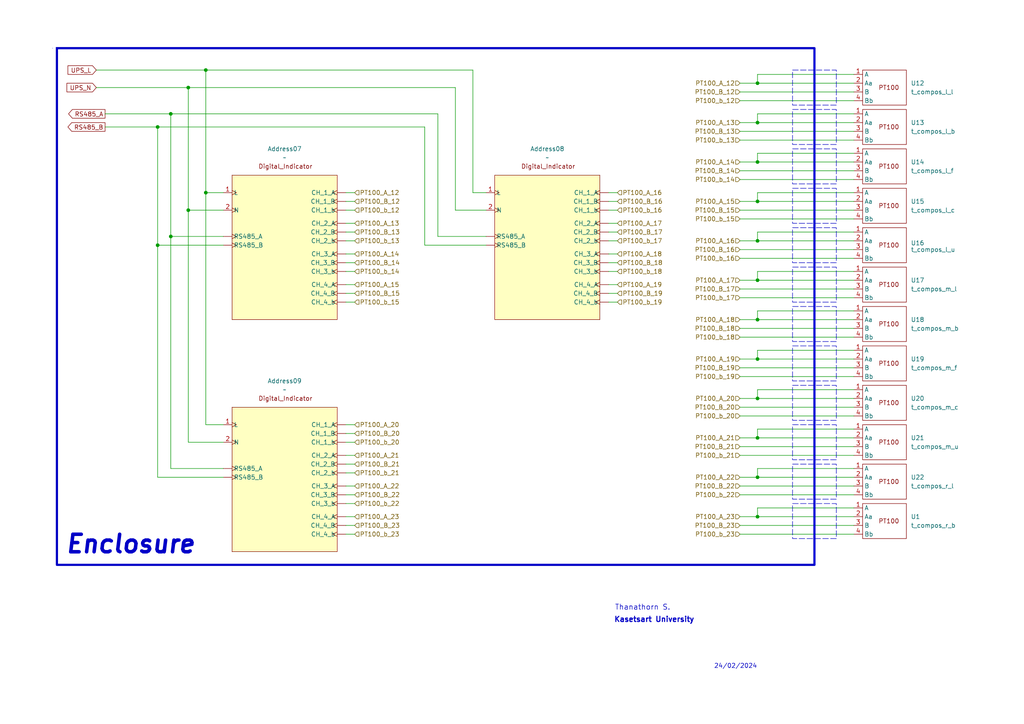
<source format=kicad_sch>
(kicad_sch (version 20231120) (generator "eeschema") (generator_version "8.0")
  (paper "A4")
  (lib_symbols
    (symbol "GSHP_Sensor:Digital_Indicator"
      (property "Reference" "U" (at 0 0 0))
      (symbol "Digital_Indicator_0_1"
        (rectangle (start 7.62 46.99) (end 38.1 5.08) (fill (type background)))
      )
      (symbol "Digital_Indicator_1_1"
        (text "Digital_Indicator" (at 15.24 49.53 0) (effects (font (size 1.27 1.27)) (justify left)))
        (pin input clock (at 40.64 41.91 180) (length 2.54) (name "CH_1_A") (number ""))
        (pin input clock (at 40.64 39.37 180) (length 2.54) (name "CH_1_B") (number ""))
        (pin input clock (at 40.64 36.83 180) (length 2.54) (name "CH_1_b") (number ""))
        (pin input clock (at 40.64 33.02 180) (length 2.54) (name "CH_2_A") (number ""))
        (pin input clock (at 40.64 30.48 180) (length 2.54) (name "CH_2_B") (number ""))
        (pin input clock (at 40.64 27.94 180) (length 2.54) (name "CH_2_b") (number ""))
        (pin input clock (at 40.64 24.13 180) (length 2.54) (name "CH_3_A") (number ""))
        (pin input clock (at 40.64 21.59 180) (length 2.54) (name "CH_3_B") (number ""))
        (pin input clock (at 40.64 19.05 180) (length 2.54) (name "CH_3_b") (number ""))
        (pin input clock (at 40.64 15.24 180) (length 2.54) (name "CH_4_A") (number ""))
        (pin input clock (at 40.64 12.7 180) (length 2.54) (name "CH_4_B") (number ""))
        (pin input clock (at 40.64 10.16 180) (length 2.54) (name "CH_4_b") (number ""))
        (pin output clock (at 5.08 29.21 0) (length 2.54) (name "RS485_A") (number ""))
        (pin output clock (at 5.08 26.67 0) (length 2.54) (name "RS485_B") (number ""))
        (pin input clock (at 5.08 41.91 0) (length 2.54) (name "L") (number "1"))
        (pin input clock (at 5.08 36.83 0) (length 2.54) (name "N") (number "2"))
      )
    )
    (symbol "GSHP_Sensor:PT100"
      (property "Reference" "U" (at 0 0 0))
      (symbol "PT100_0_1"
        (rectangle (start 5.08 12.7) (end 17.78 2.54))
      )
      (symbol "PT100_1_1"
        (text "PT100" (at 12.7 7.62 0) (effects (font (size 1.27 1.27))))
        (pin input line (at 2.54 11.43 0) (length 2.54) (name "A") (number "1"))
        (pin input line (at 2.54 8.89 0) (length 2.54) (name "Aa") (number "2"))
        (pin input line (at 2.54 6.35 0) (length 2.54) (name "B") (number "3"))
        (pin input line (at 2.54 3.81 0) (length 2.54) (name "Bb") (number "4"))
      )
    )
  )
  (junction (at 59.69 20.32))
  (junction (at 219.71 138.43))
  (junction (at 49.53 68.58))
  (junction (at 49.53 33.02))
  (junction (at 219.71 46.99))
  (junction (at 219.71 69.85))
  (junction (at 219.71 81.28))
  (junction (at 59.69 55.88))
  (junction (at 219.71 115.57))
  (junction (at 219.71 127))
  (junction (at 45.72 36.83))
  (junction (at 219.71 35.56))
  (junction (at 219.71 58.42))
  (junction (at 219.71 149.86))
  (junction (at 219.71 92.71))
  (junction (at 54.61 25.4))
  (junction (at 219.71 24.13))
  (junction (at 219.71 104.14))
  (junction (at 45.72 71.12))
  (junction (at 54.61 60.96))
  (wire (pts (xy 214.63 140.97) (xy 247.65 140.97)))
  (wire (pts (xy 49.53 135.89) (xy 64.77 135.89)))
  (wire (pts (xy 219.71 115.57) (xy 219.71 113.03)))
  (wire (pts (xy 132.08 25.4) (xy 132.08 60.96)))
  (wire (pts (xy 214.63 138.43) (xy 219.71 138.43)))
  (wire (pts (xy 176.53 55.88) (xy 179.07 55.88)))
  (wire (pts (xy 214.63 52.07) (xy 247.65 52.07)))
  (wire (pts (xy 214.63 72.39) (xy 247.65 72.39)))
  (wire (pts (xy 219.71 81.28) (xy 219.71 78.74)))
  (wire (pts (xy 100.33 123.19) (xy 102.87 123.19)))
  (wire (pts (xy 49.53 68.58) (xy 49.53 135.89)))
  (wire (pts (xy 100.33 149.86) (xy 102.87 149.86)))
  (wire (pts (xy 176.53 64.77) (xy 179.07 64.77)))
  (wire (pts (xy 54.61 25.4) (xy 132.08 25.4)))
  (wire (pts (xy 214.63 92.71) (xy 219.71 92.71)))
  (wire (pts (xy 214.63 46.99) (xy 219.71 46.99)))
  (wire (pts (xy 100.33 143.51) (xy 102.87 143.51)))
  (wire (pts (xy 100.33 67.31) (xy 102.87 67.31)))
  (wire (pts (xy 247.65 115.57) (xy 219.71 115.57)))
  (wire (pts (xy 247.65 46.99) (xy 219.71 46.99)))
  (wire (pts (xy 219.71 35.56) (xy 219.71 33.02)))
  (wire (pts (xy 214.63 132.08) (xy 247.65 132.08)))
  (wire (pts (xy 214.63 154.94) (xy 247.65 154.94)))
  (wire (pts (xy 100.33 154.94) (xy 102.87 154.94)))
  (wire (pts (xy 54.61 25.4) (xy 54.61 60.96)))
  (wire (pts (xy 247.65 92.71) (xy 219.71 92.71)))
  (wire (pts (xy 219.71 104.14) (xy 219.71 101.6)))
  (wire (pts (xy 100.33 73.66) (xy 102.87 73.66)))
  (wire (pts (xy 214.63 69.85) (xy 219.71 69.85)))
  (wire (pts (xy 247.65 35.56) (xy 219.71 35.56)))
  (wire (pts (xy 214.63 118.11) (xy 247.65 118.11)))
  (wire (pts (xy 176.53 73.66) (xy 179.07 73.66)))
  (wire (pts (xy 214.63 129.54) (xy 247.65 129.54)))
  (wire (pts (xy 59.69 55.88) (xy 59.69 123.19)))
  (wire (pts (xy 214.63 120.65) (xy 247.65 120.65)))
  (wire (pts (xy 214.63 115.57) (xy 219.71 115.57)))
  (wire (pts (xy 137.16 55.88) (xy 140.97 55.88)))
  (wire (pts (xy 214.63 95.25) (xy 247.65 95.25)))
  (wire (pts (xy 176.53 78.74) (xy 179.07 78.74)))
  (wire (pts (xy 30.48 33.02) (xy 49.53 33.02)))
  (wire (pts (xy 100.33 140.97) (xy 102.87 140.97)))
  (wire (pts (xy 176.53 60.96) (xy 179.07 60.96)))
  (wire (pts (xy 214.63 143.51) (xy 247.65 143.51)))
  (wire (pts (xy 214.63 127) (xy 219.71 127)))
  (wire (pts (xy 219.71 135.89) (xy 247.65 135.89)))
  (wire (pts (xy 219.71 69.85) (xy 219.71 67.31)))
  (wire (pts (xy 54.61 60.96) (xy 54.61 128.27)))
  (wire (pts (xy 54.61 60.96) (xy 64.77 60.96)))
  (wire (pts (xy 49.53 68.58) (xy 64.77 68.58)))
  (wire (pts (xy 214.63 38.1) (xy 247.65 38.1)))
  (wire (pts (xy 100.33 60.96) (xy 102.87 60.96)))
  (wire (pts (xy 45.72 71.12) (xy 64.77 71.12)))
  (wire (pts (xy 59.69 55.88) (xy 64.77 55.88)))
  (wire (pts (xy 100.33 82.55) (xy 102.87 82.55)))
  (wire (pts (xy 219.71 44.45) (xy 247.65 44.45)))
  (wire (pts (xy 219.71 21.59) (xy 247.65 21.59)))
  (wire (pts (xy 49.53 68.58) (xy 49.53 33.02)))
  (wire (pts (xy 214.63 104.14) (xy 219.71 104.14)))
  (wire (pts (xy 123.19 36.83) (xy 123.19 71.12)))
  (wire (pts (xy 59.69 20.32) (xy 137.16 20.32)))
  (wire (pts (xy 100.33 58.42) (xy 102.87 58.42)))
  (wire (pts (xy 27.94 20.32) (xy 59.69 20.32)))
  (wire (pts (xy 49.53 33.02) (xy 127 33.02)))
  (wire (pts (xy 59.69 20.32) (xy 59.69 55.88)))
  (wire (pts (xy 214.63 35.56) (xy 219.71 35.56)))
  (wire (pts (xy 137.16 20.32) (xy 137.16 55.88)))
  (wire (pts (xy 214.63 40.64) (xy 247.65 40.64)))
  (wire (pts (xy 214.63 58.42) (xy 219.71 58.42)))
  (wire (pts (xy 100.33 152.4) (xy 102.87 152.4)))
  (wire (pts (xy 100.33 125.73) (xy 102.87 125.73)))
  (wire (pts (xy 176.53 67.31) (xy 179.07 67.31)))
  (wire (pts (xy 214.63 152.4) (xy 247.65 152.4)))
  (wire (pts (xy 176.53 76.2) (xy 179.07 76.2)))
  (wire (pts (xy 100.33 76.2) (xy 102.87 76.2)))
  (wire (pts (xy 219.71 78.74) (xy 247.65 78.74)))
  (wire (pts (xy 54.61 128.27) (xy 64.77 128.27)))
  (wire (pts (xy 100.33 55.88) (xy 102.87 55.88)))
  (wire (pts (xy 247.65 149.86) (xy 219.71 149.86)))
  (wire (pts (xy 214.63 29.21) (xy 247.65 29.21)))
  (wire (pts (xy 100.33 69.85) (xy 102.87 69.85)))
  (wire (pts (xy 219.71 33.02) (xy 247.65 33.02)))
  (wire (pts (xy 100.33 137.16) (xy 102.87 137.16)))
  (wire (pts (xy 45.72 36.83) (xy 45.72 71.12)))
  (wire (pts (xy 219.71 101.6) (xy 247.65 101.6)))
  (wire (pts (xy 100.33 134.62) (xy 102.87 134.62)))
  (wire (pts (xy 219.71 149.86) (xy 219.71 147.32)))
  (wire (pts (xy 100.33 85.09) (xy 102.87 85.09)))
  (wire (pts (xy 219.71 127) (xy 219.71 124.46)))
  (wire (pts (xy 247.65 81.28) (xy 219.71 81.28)))
  (wire (pts (xy 45.72 36.83) (xy 123.19 36.83)))
  (wire (pts (xy 100.33 64.77) (xy 102.87 64.77)))
  (wire (pts (xy 214.63 109.22) (xy 247.65 109.22)))
  (wire (pts (xy 123.19 71.12) (xy 140.97 71.12)))
  (wire (pts (xy 219.71 90.17) (xy 247.65 90.17)))
  (wire (pts (xy 247.65 127) (xy 219.71 127)))
  (wire (pts (xy 176.53 82.55) (xy 179.07 82.55)))
  (wire (pts (xy 214.63 63.5) (xy 247.65 63.5)))
  (wire (pts (xy 247.65 104.14) (xy 219.71 104.14)))
  (wire (pts (xy 219.71 113.03) (xy 247.65 113.03)))
  (wire (pts (xy 30.48 36.83) (xy 45.72 36.83)))
  (wire (pts (xy 214.63 24.13) (xy 219.71 24.13)))
  (wire (pts (xy 214.63 97.79) (xy 247.65 97.79)))
  (wire (pts (xy 214.63 74.93) (xy 247.65 74.93)))
  (wire (pts (xy 219.71 138.43) (xy 219.71 135.89)))
  (wire (pts (xy 176.53 58.42) (xy 179.07 58.42)))
  (wire (pts (xy 214.63 106.68) (xy 247.65 106.68)))
  (wire (pts (xy 59.69 123.19) (xy 64.77 123.19)))
  (wire (pts (xy 214.63 60.96) (xy 247.65 60.96)))
  (wire (pts (xy 127 33.02) (xy 127 68.58)))
  (wire (pts (xy 176.53 87.63) (xy 179.07 87.63)))
  (wire (pts (xy 214.63 149.86) (xy 219.71 149.86)))
  (wire (pts (xy 214.63 49.53) (xy 247.65 49.53)))
  (wire (pts (xy 100.33 146.05) (xy 102.87 146.05)))
  (wire (pts (xy 214.63 26.67) (xy 247.65 26.67)))
  (wire (pts (xy 27.94 25.4) (xy 54.61 25.4)))
  (wire (pts (xy 219.71 24.13) (xy 219.71 21.59)))
  (wire (pts (xy 176.53 69.85) (xy 179.07 69.85)))
  (wire (pts (xy 247.65 58.42) (xy 219.71 58.42)))
  (wire (pts (xy 100.33 87.63) (xy 102.87 87.63)))
  (wire (pts (xy 214.63 83.82) (xy 247.65 83.82)))
  (wire (pts (xy 214.63 86.36) (xy 247.65 86.36)))
  (wire (pts (xy 247.65 138.43) (xy 219.71 138.43)))
  (wire (pts (xy 219.71 124.46) (xy 247.65 124.46)))
  (wire (pts (xy 214.63 81.28) (xy 219.71 81.28)))
  (wire (pts (xy 132.08 60.96) (xy 140.97 60.96)))
  (wire (pts (xy 100.33 132.08) (xy 102.87 132.08)))
  (wire (pts (xy 219.71 46.99) (xy 219.71 44.45)))
  (wire (pts (xy 45.72 71.12) (xy 45.72 138.43)))
  (wire (pts (xy 176.53 85.09) (xy 179.07 85.09)))
  (wire (pts (xy 247.65 69.85) (xy 219.71 69.85)))
  (wire (pts (xy 219.71 58.42) (xy 219.71 55.88)))
  (wire (pts (xy 64.77 138.43) (xy 45.72 138.43)))
  (wire (pts (xy 247.65 24.13) (xy 219.71 24.13)))
  (wire (pts (xy 127 68.58) (xy 140.97 68.58)))
  (wire (pts (xy 100.33 128.27) (xy 102.87 128.27)))
  (wire (pts (xy 219.71 147.32) (xy 247.65 147.32)))
  (wire (pts (xy 219.71 92.71) (xy 219.71 90.17)))
  (wire (pts (xy 100.33 78.74) (xy 102.87 78.74)))
  (wire (pts (xy 219.71 67.31) (xy 247.65 67.31)))
  (wire (pts (xy 219.71 55.88) (xy 247.65 55.88)))
  (rectangle (start 229.87 100.33) (end 242.57 110.49) (stroke (width 0) (type dash)))
  (rectangle (start 229.87 54.61) (end 242.57 64.77) (stroke (width 0) (type dash)))
  (rectangle (start 229.87 20.32) (end 242.57 30.48) (stroke (width 0) (type dash)))
  (rectangle (start 15.24 13.97) (end 15.24 13.97))
  (rectangle (start 229.87 123.19) (end 242.57 133.35) (stroke (width 0) (type dash)))
  (rectangle (start 229.87 43.18) (end 242.57 53.34) (stroke (width 0) (type dash)))
  (rectangle (start 229.87 66.04) (end 242.57 76.2) (stroke (width 0) (type dash)))
  (rectangle (start 229.87 111.76) (end 242.57 121.92) (stroke (width 0) (type dash)))
  (rectangle (start 229.87 31.75) (end 242.57 41.91) (stroke (width 0) (type dash)))
  (rectangle (start 229.87 134.62) (end 242.57 144.78) (stroke (width 0) (type dash)))
  (rectangle (start 229.87 77.47) (end 242.57 87.63) (stroke (width 0) (type dash)))
  (rectangle (start 229.87 88.9) (end 242.57 99.06) (stroke (width 0) (type dash)))
  (rectangle (start 229.87 146.05) (end 242.57 156.21) (stroke (width 0) (type dash)))
  (rectangle (start 16.51 13.97) (end 236.22 163.83) (stroke (width 0.635)))
  (text "Thanathorn S." (at 178.308 176.276 0) (effects (font (size 1.524 1.524)) (justify left)))
  (text "Kasetsart University" (at 178.054 179.832 0) (effects (font (size 1.524 1.524) (bold yes)) (justify left)))
  (text "Enclosure" (at 37.846 157.988 0) (effects (font (size 5.08 5.08) (bold yes) (italic yes))))
  (text "24/02/2024" (at 213.36 193.294 0) (effects (font (size 1.27 1.27))))
  (global_label "UPS_N" (shape input) (at 27.94 25.4 180) (property "Intersheetrefs" "${INTERSHEET_REFS}" (effects (hide yes))))
  (global_label "UPS_L" (shape input) (at 27.94 20.32 180) (property "Intersheetrefs" "${INTERSHEET_REFS}" (effects (hide yes))))
  (global_label "RS485_A" (shape output) (at 30.48 33.02 180) (property "Intersheetrefs" "${INTERSHEET_REFS}" (effects (hide yes))))
  (global_label "RS485_B" (shape output) (at 30.48 36.83 180) (property "Intersheetrefs" "${INTERSHEET_REFS}" (effects (hide yes))))
  (hierarchical_label "PT100_B_20" (shape input) (at 214.63 118.11 180))
  (hierarchical_label "PT100_A_13" (shape input) (at 214.63 35.56 180))
  (hierarchical_label "PT100_B_19" (shape input) (at 179.07 85.09 0))
  (hierarchical_label "PT100_B_16" (shape input) (at 179.07 58.42 0))
  (hierarchical_label "PT100_A_18" (shape input) (at 214.63 92.71 180))
  (hierarchical_label "PT100_A_19" (shape input) (at 214.63 104.14 180))
  (hierarchical_label "PT100_b_22" (shape input) (at 214.63 143.51 180))
  (hierarchical_label "PT100_B_12" (shape input) (at 102.87 58.42 0))
  (hierarchical_label "PT100_B_23" (shape input) (at 102.87 152.4 0))
  (hierarchical_label "PT100_B_17" (shape input) (at 179.07 67.31 0))
  (hierarchical_label "PT100_B_17" (shape input) (at 214.63 83.82 180))
  (hierarchical_label "PT100_B_23" (shape input) (at 214.63 152.4 180))
  (hierarchical_label "PT100_B_14" (shape input) (at 102.87 76.2 0))
  (hierarchical_label "PT100_B_21" (shape input) (at 102.87 134.62 0))
  (hierarchical_label "PT100_A_20" (shape input) (at 214.63 115.57 180))
  (hierarchical_label "PT100_B_18" (shape input) (at 214.63 95.25 180))
  (hierarchical_label "PT100_b_17" (shape input) (at 214.63 86.36 180))
  (hierarchical_label "PT100_b_19" (shape input) (at 179.07 87.63 0))
  (hierarchical_label "PT100_B_13" (shape input) (at 214.63 38.1 180))
  (hierarchical_label "PT100_b_21" (shape input) (at 102.87 137.16 0))
  (hierarchical_label "PT100_A_22" (shape input) (at 102.87 140.97 0))
  (hierarchical_label "PT100_A_19" (shape input) (at 179.07 82.55 0))
  (hierarchical_label "PT100_B_22" (shape input) (at 214.63 140.97 180))
  (hierarchical_label "PT100_b_18" (shape input) (at 179.07 78.74 0))
  (hierarchical_label "PT100_b_23" (shape input) (at 102.87 154.94 0))
  (hierarchical_label "PT100_b_23" (shape input) (at 214.63 154.94 180))
  (hierarchical_label "PT100_b_16" (shape input) (at 179.07 60.96 0))
  (hierarchical_label "PT100_B_20" (shape input) (at 102.87 125.73 0))
  (hierarchical_label "PT100_A_17" (shape input) (at 214.63 81.28 180))
  (hierarchical_label "PT100_b_12" (shape input) (at 102.87 60.96 0))
  (hierarchical_label "PT100_A_23" (shape input) (at 214.63 149.86 180))
  (hierarchical_label "PT100_A_14" (shape input) (at 214.63 46.99 180))
  (hierarchical_label "PT100_A_13" (shape input) (at 102.87 64.77 0))
  (hierarchical_label "PT100_b_13" (shape input) (at 102.87 69.85 0))
  (hierarchical_label "PT100_A_12" (shape input) (at 214.63 24.13 180))
  (hierarchical_label "PT100_b_14" (shape input) (at 102.87 78.74 0))
  (hierarchical_label "PT100_b_22" (shape input) (at 102.87 146.05 0))
  (hierarchical_label "PT100_b_17" (shape input) (at 179.07 69.85 0))
  (hierarchical_label "PT100_A_18" (shape input) (at 179.07 73.66 0))
  (hierarchical_label "PT100_B_18" (shape input) (at 179.07 76.2 0))
  (hierarchical_label "PT100_B_15" (shape input) (at 214.63 60.96 180))
  (hierarchical_label "PT100_A_23" (shape input) (at 102.87 149.86 0))
  (hierarchical_label "PT100_A_15" (shape input) (at 102.87 82.55 0))
  (hierarchical_label "PT100_A_12" (shape input) (at 102.87 55.88 0))
  (hierarchical_label "PT100_B_22" (shape input) (at 102.87 143.51 0))
  (hierarchical_label "PT100_b_13" (shape input) (at 214.63 40.64 180))
  (hierarchical_label "PT100_b_16" (shape input) (at 214.63 74.93 180))
  (hierarchical_label "PT100_A_16" (shape input) (at 179.07 55.88 0))
  (hierarchical_label "PT100_b_20" (shape input) (at 102.87 128.27 0))
  (hierarchical_label "PT100_b_19" (shape input) (at 214.63 109.22 180))
  (hierarchical_label "PT100_A_17" (shape input) (at 179.07 64.77 0))
  (hierarchical_label "PT100_B_16" (shape input) (at 214.63 72.39 180))
  (hierarchical_label "PT100_b_20" (shape input) (at 214.63 120.65 180))
  (hierarchical_label "PT100_A_15" (shape input) (at 214.63 58.42 180))
  (hierarchical_label "PT100_A_16" (shape input) (at 214.63 69.85 180))
  (hierarchical_label "PT100_b_15" (shape input) (at 214.63 63.5 180))
  (hierarchical_label "PT100_b_15" (shape input) (at 102.87 87.63 0))
  (hierarchical_label "PT100_A_20" (shape input) (at 102.87 123.19 0))
  (hierarchical_label "PT100_B_15" (shape input) (at 102.87 85.09 0))
  (hierarchical_label "PT100_B_21" (shape input) (at 214.63 129.54 180))
  (hierarchical_label "PT100_B_13" (shape input) (at 102.87 67.31 0))
  (hierarchical_label "PT100_b_14" (shape input) (at 214.63 52.07 180))
  (hierarchical_label "PT100_b_12" (shape input) (at 214.63 29.21 180))
  (hierarchical_label "PT100_A_14" (shape input) (at 102.87 73.66 0))
  (hierarchical_label "PT100_b_21" (shape input) (at 214.63 132.08 180))
  (hierarchical_label "PT100_B_19" (shape input) (at 214.63 106.68 180))
  (hierarchical_label "PT100_A_21" (shape input) (at 214.63 127 180))
  (hierarchical_label "PT100_B_14" (shape input) (at 214.63 49.53 180))
  (hierarchical_label "PT100_A_22" (shape input) (at 214.63 138.43 180))
  (hierarchical_label "PT100_A_21" (shape input) (at 102.87 132.08 0))
  (hierarchical_label "PT100_B_12" (shape input) (at 214.63 26.67 180))
  (hierarchical_label "PT100_b_18" (shape input) (at 214.63 97.79 180))
  (symbol (lib_id "GSHP_Sensor:Digital_Indicator") (at 59.69 165.1 0) (unit 1)
    (property "Reference" "Address09" (at 82.55 110.49 0))
    (property "Value" "~" (at 82.55 113.03 0))
  )
  (symbol (lib_id "GSHP_Sensor:Digital_Indicator") (at 135.89 97.79 0) (unit 1)
    (property "Reference" "Address08" (at 158.75 43.18 0))
    (property "Value" "~" (at 158.75 45.72 0))
  )
  (symbol (lib_id "GSHP_Sensor:PT100") (at 245.11 44.45 0) (unit 1)
    (property "Reference" "U13" (at 264.16 35.5599 0) (effects (justify left)))
    (property "Value" "t_compos_l_b" (at 264.16 38.0999 0) (effects (justify left)))
  )
  (symbol (lib_id "GSHP_Sensor:PT100") (at 245.11 55.88 0) (unit 1)
    (property "Reference" "U14" (at 264.16 46.9899 0) (effects (justify left)))
    (property "Value" "t_compos_l_f" (at 264.16 49.5299 0) (effects (justify left)))
  )
  (symbol (lib_id "GSHP_Sensor:PT100") (at 245.11 101.6 0) (unit 1)
    (property "Reference" "U18" (at 264.16 92.7099 0) (effects (justify left)))
    (property "Value" "t_compos_m_b" (at 264.16 95.2499 0) (effects (justify left)))
  )
  (symbol (lib_id "GSHP_Sensor:PT100") (at 245.11 90.17 0) (unit 1)
    (property "Reference" "U17" (at 264.16 81.2799 0) (effects (justify left)))
    (property "Value" "t_compos_m_l" (at 264.16 83.8199 0) (effects (justify left)))
  )
  (symbol (lib_id "GSHP_Sensor:PT100") (at 245.11 33.02 0) (unit 1)
    (property "Reference" "U12" (at 264.16 24.1299 0) (effects (justify left)))
    (property "Value" "t_compos_l_l" (at 264.16 26.6699 0) (effects (justify left)))
  )
  (symbol (lib_id "GSHP_Sensor:PT100") (at 245.11 113.03 0) (unit 1)
    (property "Reference" "U19" (at 264.16 104.1399 0) (effects (justify left)))
    (property "Value" "t_compos_m_f" (at 264.16 106.6799 0) (effects (justify left)))
  )
  (symbol (lib_id "GSHP_Sensor:PT100") (at 245.11 78.74 0) (unit 1)
    (property "Reference" "U16" (at 264.16 70.4849 0) (effects (justify left)))
    (property "Value" "t_compos_l_u" (at 264.16 72.39 0) (effects (justify left)))
  )
  (symbol (lib_id "GSHP_Sensor:PT100") (at 245.11 124.46 0) (unit 1)
    (property "Reference" "U20" (at 264.16 115.5699 0) (effects (justify left)))
    (property "Value" "t_compos_m_c" (at 264.16 118.1099 0) (effects (justify left)))
  )
  (symbol (lib_id "GSHP_Sensor:PT100") (at 245.11 147.32 0) (unit 1)
    (property "Reference" "U22" (at 264.16 138.4299 0) (effects (justify left)))
    (property "Value" "t_compos_r_l" (at 264.16 140.9699 0) (effects (justify left)))
  )
  (symbol (lib_id "GSHP_Sensor:PT100") (at 245.11 158.75 0) (unit 1)
    (property "Reference" "U1" (at 264.16 149.8599 0) (effects (justify left)))
    (property "Value" "t_compos_r_b" (at 264.16 152.3999 0) (effects (justify left)))
  )
  (symbol (lib_id "GSHP_Sensor:Digital_Indicator") (at 59.69 97.79 0) (unit 1)
    (property "Reference" "Address07" (at 82.55 43.18 0))
    (property "Value" "~" (at 82.55 45.72 0))
  )
  (symbol (lib_id "GSHP_Sensor:PT100") (at 245.11 67.31 0) (unit 1)
    (property "Reference" "U15" (at 264.16 58.4199 0) (effects (justify left)))
    (property "Value" "t_compos_l_c" (at 264.16 60.9599 0) (effects (justify left)))
  )
  (symbol (lib_id "GSHP_Sensor:PT100") (at 245.11 135.89 0) (unit 1)
    (property "Reference" "U21" (at 264.16 126.9999 0) (effects (justify left)))
    (property "Value" "t_compos_m_u" (at 264.16 129.5399 0) (effects (justify left)))
  )
)
</source>
